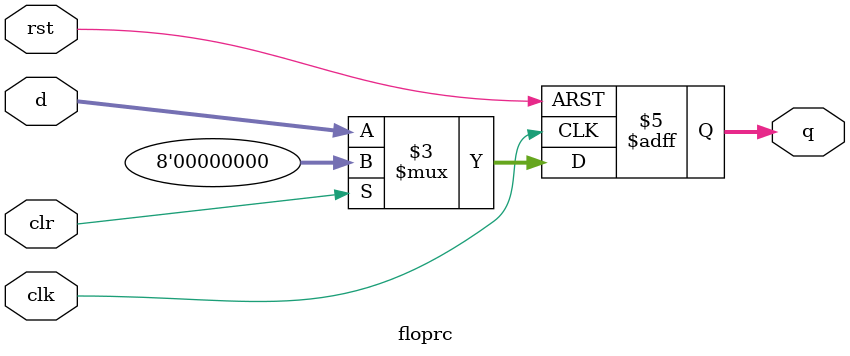
<source format=v>
`timescale 1ns / 1ps


module floprc #(parameter WIDTH = 8)
(
    input wire clk,rst,clr,
    input wire[WIDTH - 1 : 0] d,
    output reg[WIDTH - 1 : 0] q
);
    always@(posedge clk,posedge rst) begin
        if(rst) begin 
            q <= 0;
        end  else if(clr) begin
            q <= 0;
        end  else begin
            q <= d;
        end
    end
endmodule

</source>
